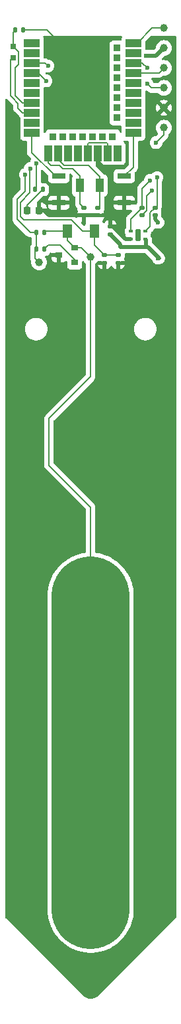
<source format=gbr>
G04 #@! TF.GenerationSoftware,KiCad,Pcbnew,7.0.1-0*
G04 #@! TF.CreationDate,2023-03-19T14:40:06+01:00*
G04 #@! TF.ProjectId,parasite,70617261-7369-4746-952e-6b696361645f,2.0.0*
G04 #@! TF.SameCoordinates,Original*
G04 #@! TF.FileFunction,Copper,L1,Top*
G04 #@! TF.FilePolarity,Positive*
%FSLAX46Y46*%
G04 Gerber Fmt 4.6, Leading zero omitted, Abs format (unit mm)*
G04 Created by KiCad (PCBNEW 7.0.1-0) date 2023-03-19 14:40:06*
%MOMM*%
%LPD*%
G01*
G04 APERTURE LIST*
G04 Aperture macros list*
%AMRoundRect*
0 Rectangle with rounded corners*
0 $1 Rounding radius*
0 $2 $3 $4 $5 $6 $7 $8 $9 X,Y pos of 4 corners*
0 Add a 4 corners polygon primitive as box body*
4,1,4,$2,$3,$4,$5,$6,$7,$8,$9,$2,$3,0*
0 Add four circle primitives for the rounded corners*
1,1,$1+$1,$2,$3*
1,1,$1+$1,$4,$5*
1,1,$1+$1,$6,$7*
1,1,$1+$1,$8,$9*
0 Add four rect primitives between the rounded corners*
20,1,$1+$1,$2,$3,$4,$5,0*
20,1,$1+$1,$4,$5,$6,$7,0*
20,1,$1+$1,$6,$7,$8,$9,0*
20,1,$1+$1,$8,$9,$2,$3,0*%
G04 Aperture macros list end*
G04 #@! TA.AperFunction,SMDPad,CuDef*
%ADD10R,1.700000X0.800000*%
G04 #@! TD*
G04 #@! TA.AperFunction,SMDPad,CuDef*
%ADD11RoundRect,0.147500X-0.172500X0.147500X-0.172500X-0.147500X0.172500X-0.147500X0.172500X0.147500X0*%
G04 #@! TD*
G04 #@! TA.AperFunction,SMDPad,CuDef*
%ADD12RoundRect,0.147500X0.147500X0.172500X-0.147500X0.172500X-0.147500X-0.172500X0.147500X-0.172500X0*%
G04 #@! TD*
G04 #@! TA.AperFunction,SMDPad,CuDef*
%ADD13R,0.900000X0.800000*%
G04 #@! TD*
G04 #@! TA.AperFunction,SMDPad,CuDef*
%ADD14RoundRect,0.147500X-0.147500X-0.172500X0.147500X-0.172500X0.147500X0.172500X-0.147500X0.172500X0*%
G04 #@! TD*
G04 #@! TA.AperFunction,SMDPad,CuDef*
%ADD15C,1.000000*%
G04 #@! TD*
G04 #@! TA.AperFunction,SMDPad,CuDef*
%ADD16RoundRect,0.147500X0.172500X-0.147500X0.172500X0.147500X-0.172500X0.147500X-0.172500X-0.147500X0*%
G04 #@! TD*
G04 #@! TA.AperFunction,SMDPad,CuDef*
%ADD17R,1.000000X1.800000*%
G04 #@! TD*
G04 #@! TA.AperFunction,SMDPad,CuDef*
%ADD18RoundRect,0.218750X0.218750X0.256250X-0.218750X0.256250X-0.218750X-0.256250X0.218750X-0.256250X0*%
G04 #@! TD*
G04 #@! TA.AperFunction,SMDPad,CuDef*
%ADD19RoundRect,0.087500X0.187500X0.087500X-0.187500X0.087500X-0.187500X-0.087500X0.187500X-0.087500X0*%
G04 #@! TD*
G04 #@! TA.AperFunction,SMDPad,CuDef*
%ADD20RoundRect,0.175000X0.175000X0.625000X-0.175000X0.625000X-0.175000X-0.625000X0.175000X-0.625000X0*%
G04 #@! TD*
G04 #@! TA.AperFunction,SMDPad,CuDef*
%ADD21R,1.300000X1.700000*%
G04 #@! TD*
G04 #@! TA.AperFunction,SMDPad,CuDef*
%ADD22R,2.000000X1.000000*%
G04 #@! TD*
G04 #@! TA.AperFunction,SMDPad,CuDef*
%ADD23R,1.000000X2.000000*%
G04 #@! TD*
G04 #@! TA.AperFunction,SMDPad,CuDef*
%ADD24R,0.900000X0.900000*%
G04 #@! TD*
G04 #@! TA.AperFunction,SMDPad,CuDef*
%ADD25R,0.800000X0.800000*%
G04 #@! TD*
G04 #@! TA.AperFunction,ViaPad*
%ADD26C,0.600000*%
G04 #@! TD*
G04 #@! TA.AperFunction,Conductor*
%ADD27C,0.200000*%
G04 #@! TD*
G04 #@! TA.AperFunction,Conductor*
%ADD28C,0.500000*%
G04 #@! TD*
G04 #@! TA.AperFunction,Conductor*
%ADD29C,10.000000*%
G04 #@! TD*
G04 APERTURE END LIST*
D10*
X63920000Y-48502000D03*
X63920000Y-51902000D03*
X72302000Y-51902000D03*
X72302000Y-48502000D03*
D11*
X69762000Y-58584000D03*
X69762000Y-59554000D03*
X71540000Y-58584000D03*
X71540000Y-59554000D03*
D12*
X62015000Y-57822000D03*
X61045000Y-57822000D03*
D13*
X65936000Y-59518000D03*
X65936000Y-57618000D03*
X63936000Y-58568000D03*
D14*
X61045000Y-55663000D03*
X62015000Y-55663000D03*
D15*
X77382000Y-34708000D03*
X77382000Y-37248000D03*
X67984000Y-58838000D03*
X61380000Y-59473000D03*
D12*
X61865000Y-50202000D03*
X60895000Y-50202000D03*
D16*
X70524000Y-55917000D03*
X70524000Y-54947000D03*
D17*
X69138500Y-49694000D03*
X66638500Y-49694000D03*
D18*
X61405500Y-52869000D03*
X59830500Y-52869000D03*
D11*
X68884500Y-52534000D03*
X68884500Y-53504000D03*
D16*
X67106500Y-53481000D03*
X67106500Y-52511000D03*
D11*
X74588000Y-52534000D03*
X74588000Y-53504000D03*
D16*
X76239000Y-53504000D03*
X76239000Y-52534000D03*
D19*
X75005000Y-56544000D03*
X75005000Y-55544000D03*
X73155000Y-55544000D03*
X73155000Y-56544000D03*
D20*
X74080000Y-56044000D03*
D21*
X68492000Y-55536000D03*
X64992000Y-55536000D03*
D15*
X77382000Y-42328000D03*
D22*
X60468000Y-31542550D03*
X60468000Y-32812550D03*
X60468000Y-34082550D03*
X60468000Y-35352550D03*
X60468000Y-36622550D03*
X60468000Y-37892550D03*
X60468000Y-39162550D03*
X60468000Y-40432550D03*
X60468000Y-41702550D03*
X60468000Y-42972550D03*
D23*
X62528000Y-45572550D03*
D24*
X63158000Y-43472550D03*
D23*
X63798000Y-45572550D03*
D24*
X64428000Y-43472550D03*
D23*
X65068000Y-45572550D03*
D24*
X65698000Y-43472550D03*
D23*
X66338000Y-45572550D03*
D24*
X66968000Y-43472550D03*
D23*
X67608000Y-45572550D03*
D24*
X68238000Y-43472550D03*
D23*
X68878000Y-45572550D03*
D24*
X69508000Y-43472550D03*
D23*
X70148000Y-45572550D03*
D24*
X70778000Y-43472550D03*
D23*
X71418000Y-45572550D03*
D22*
X73468000Y-42972550D03*
X73468000Y-41702550D03*
D24*
X71368000Y-41067550D03*
D22*
X73468000Y-40432550D03*
D24*
X71368000Y-39797550D03*
D22*
X73468000Y-39162550D03*
D24*
X71368000Y-38527550D03*
D22*
X73468000Y-37892550D03*
D24*
X71368000Y-37257550D03*
D22*
X73468000Y-36622550D03*
D24*
X71368000Y-35987550D03*
D22*
X73468000Y-35352550D03*
D24*
X71368000Y-34717550D03*
D22*
X73468000Y-34082550D03*
D24*
X71368000Y-33447550D03*
D22*
X73468000Y-32812550D03*
D24*
X71368000Y-32177550D03*
D22*
X73468000Y-31542550D03*
D12*
X59325000Y-29882000D03*
X58355000Y-29882000D03*
D25*
X58078000Y-33426000D03*
X58078000Y-31926000D03*
D15*
X77382000Y-32168000D03*
X77382000Y-29628000D03*
X77362000Y-39788000D03*
D26*
X60999000Y-36613000D03*
X74969000Y-63918000D03*
X75731000Y-63918000D03*
X60618000Y-64172000D03*
X58078000Y-42201000D03*
X77255000Y-63918000D03*
X64682000Y-32168000D03*
X62269000Y-51472000D03*
X58078000Y-43979000D03*
X70397000Y-51726000D03*
X59983000Y-36613000D03*
X69254000Y-38899000D03*
X76493000Y-63918000D03*
X58078000Y-41312000D03*
X59856000Y-64172000D03*
X70397000Y-48678000D03*
X61380000Y-64172000D03*
X67857000Y-32168000D03*
X68873000Y-32168000D03*
X66714000Y-32168000D03*
X70397000Y-50202000D03*
X65698000Y-32168000D03*
X69254000Y-37375000D03*
X62142000Y-64172000D03*
X70397000Y-49440000D03*
X69762000Y-32168000D03*
X70397000Y-50964000D03*
X58078000Y-43090000D03*
X69254000Y-38137000D03*
X60237000Y-47535000D03*
X62523000Y-34454000D03*
X67603000Y-45630000D03*
X75096000Y-33184000D03*
X67603000Y-44995000D03*
X75858000Y-50329000D03*
X76620000Y-58965000D03*
X70148000Y-44995000D03*
X70143000Y-45630000D03*
X76620000Y-54393000D03*
X65063000Y-45630000D03*
X59602000Y-48297000D03*
X60999000Y-46900000D03*
X62269000Y-36359000D03*
X75604000Y-49059000D03*
X73468000Y-36622550D03*
X73468000Y-37892550D03*
X76493000Y-48678000D03*
X73468000Y-42972550D03*
X76366000Y-44233000D03*
X75223000Y-36740000D03*
X75223000Y-34708000D03*
D27*
X59830500Y-52869000D02*
X59830500Y-52236500D01*
X59830500Y-52236500D02*
X61865000Y-50202000D01*
X60999000Y-46900000D02*
X60999000Y-50098000D01*
X60999000Y-50098000D02*
X60895000Y-50202000D01*
X68492000Y-55536000D02*
X66968000Y-55536000D01*
X60202000Y-47570000D02*
X60237000Y-47535000D01*
X65530520Y-54098520D02*
X59434520Y-54098520D01*
X66968000Y-55536000D02*
X65530520Y-54098520D01*
X59434520Y-54098520D02*
X58986000Y-53650000D01*
X58986000Y-53650000D02*
X58986000Y-51834000D01*
X58986000Y-51834000D02*
X60202000Y-50618000D01*
X60202000Y-50618000D02*
X60202000Y-47570000D01*
X60237000Y-47535000D02*
X60364000Y-47662000D01*
D28*
X62673000Y-53481000D02*
X62061000Y-52869000D01*
X62061000Y-52869000D02*
X61405500Y-52869000D01*
D27*
X61045000Y-55663000D02*
X60237000Y-55663000D01*
X60237000Y-55663000D02*
X58586000Y-54012000D01*
X59602000Y-50456000D02*
X59602000Y-48297000D01*
X58586000Y-54012000D02*
X58586000Y-51472000D01*
X58586000Y-51472000D02*
X59602000Y-50456000D01*
D28*
X62673000Y-53481000D02*
X63920000Y-53481000D01*
X63920000Y-53481000D02*
X67106500Y-53481000D01*
X63920000Y-51902000D02*
X63920000Y-53481000D01*
D27*
X63920000Y-48502000D02*
X63470000Y-48502000D01*
X63470000Y-48502000D02*
X60468000Y-45500000D01*
X60468000Y-45500000D02*
X60468000Y-42972550D01*
X62528000Y-45572550D02*
X62528000Y-46772550D01*
X62528000Y-46772550D02*
X62909450Y-47154000D01*
X63983764Y-47154000D02*
X64383765Y-47554000D01*
X62909450Y-47154000D02*
X63983764Y-47154000D01*
X64383765Y-47554000D02*
X65698000Y-47554000D01*
X65698000Y-47554000D02*
X66638500Y-48494500D01*
X66638500Y-48494500D02*
X66638500Y-49694000D01*
X63798000Y-45572550D02*
X63798000Y-46402550D01*
X69138500Y-48582815D02*
X69138500Y-49694000D01*
X63798000Y-46402550D02*
X64549450Y-47154000D01*
X64549450Y-47154000D02*
X67709685Y-47154000D01*
X67709685Y-47154000D02*
X69138500Y-48582815D01*
X68884500Y-52534000D02*
X69138500Y-52280000D01*
X65936000Y-57618000D02*
X66764000Y-57618000D01*
X66764000Y-57618000D02*
X67984000Y-58838000D01*
X64992000Y-56674000D02*
X65936000Y-57618000D01*
X64174000Y-57356000D02*
X64174000Y-57314000D01*
X65936000Y-59118000D02*
X64174000Y-57356000D01*
X62523000Y-57314000D02*
X62015000Y-57822000D01*
X65936000Y-59518000D02*
X65936000Y-59118000D01*
X64174000Y-57314000D02*
X62523000Y-57314000D01*
D28*
X70397000Y-48220572D02*
X70397000Y-48678000D01*
X73155000Y-56544000D02*
X72421000Y-56544000D01*
X67106500Y-53481000D02*
X68861500Y-53481000D01*
X72421000Y-56544000D02*
X70905000Y-55028000D01*
X68878000Y-45572550D02*
X68878000Y-46701572D01*
X68878000Y-46701572D02*
X70397000Y-48220572D01*
D27*
X59325000Y-29882000D02*
X62396000Y-29882000D01*
X62396000Y-29882000D02*
X64682000Y-32168000D01*
X68492000Y-57314000D02*
X69762000Y-58584000D01*
X68492000Y-55536000D02*
X68492000Y-57314000D01*
X62151550Y-34082550D02*
X60468000Y-34082550D01*
X69762000Y-58584000D02*
X71286000Y-58584000D01*
X62523000Y-34454000D02*
X62151550Y-34082550D01*
X66638500Y-52043000D02*
X67106500Y-52511000D01*
X66638500Y-49694000D02*
X66638500Y-52043000D01*
X69138500Y-49694000D02*
X69138500Y-52280000D01*
D28*
X75350000Y-57568000D02*
X75096000Y-57568000D01*
D27*
X74588000Y-53504000D02*
X75207520Y-52884480D01*
D28*
X71794000Y-57187000D02*
X71794000Y-57568000D01*
X71794000Y-57568000D02*
X74239204Y-57568000D01*
X75096000Y-57568000D02*
X75096000Y-56635000D01*
D27*
X67603000Y-44377550D02*
X67603000Y-44995000D01*
X70148000Y-44372550D02*
X70048489Y-44273039D01*
X70148000Y-45572550D02*
X70148000Y-44372550D01*
D28*
X76239000Y-54012000D02*
X76620000Y-54393000D01*
D27*
X75207520Y-52884480D02*
X75207520Y-50979480D01*
D28*
X76747000Y-58965000D02*
X75350000Y-57568000D01*
X76366000Y-33184000D02*
X77382000Y-32168000D01*
X75096000Y-57568000D02*
X74239204Y-57568000D01*
X70524000Y-55917000D02*
X71794000Y-57187000D01*
D27*
X70048489Y-44273039D02*
X67707511Y-44273039D01*
X75207520Y-50979480D02*
X75858000Y-50329000D01*
X67707511Y-44273039D02*
X67603000Y-44377550D01*
D28*
X76239000Y-53504000D02*
X76239000Y-54012000D01*
X76620000Y-58965000D02*
X76747000Y-58965000D01*
X75096000Y-33184000D02*
X76366000Y-33184000D01*
D27*
X62650000Y-85381000D02*
X67984000Y-90715000D01*
X67984000Y-101984000D02*
X68000000Y-102000000D01*
D29*
X68000000Y-102000000D02*
X68000000Y-142000000D01*
D27*
X67984000Y-58838000D02*
X67984000Y-74078000D01*
X62015000Y-55663000D02*
X62142000Y-55536000D01*
X67984000Y-90715000D02*
X67984000Y-101984000D01*
X62142000Y-55536000D02*
X64992000Y-55536000D01*
X64992000Y-55536000D02*
X64992000Y-56674000D01*
X62650000Y-79412000D02*
X62650000Y-85381000D01*
X67984000Y-74078000D02*
X62650000Y-79412000D01*
X58677511Y-39244511D02*
X57951000Y-38518000D01*
X57697000Y-38264000D02*
X57697000Y-33565000D01*
X59268000Y-40432550D02*
X58677511Y-39842061D01*
X58677511Y-39842061D02*
X58677511Y-39244511D01*
X60468000Y-40432550D02*
X59268000Y-40432550D01*
X57951000Y-38518000D02*
X57697000Y-38264000D01*
X58078000Y-31926000D02*
X58078000Y-30159000D01*
X58332000Y-34708000D02*
X58777511Y-34262489D01*
X58777511Y-34262489D02*
X58777511Y-32625511D01*
X58777511Y-32625511D02*
X58078000Y-31926000D01*
X60468000Y-39162550D02*
X59268000Y-39162550D01*
X58332000Y-38226550D02*
X58332000Y-34708000D01*
X59268000Y-39162550D02*
X58332000Y-38226550D01*
X58078000Y-30159000D02*
X58355000Y-29882000D01*
X59729000Y-48424000D02*
X59602000Y-48297000D01*
X61380000Y-59473000D02*
X60872000Y-58965000D01*
X61045000Y-57822000D02*
X61045000Y-55663000D01*
X60872000Y-58965000D02*
X60872000Y-57995000D01*
X60872000Y-57995000D02*
X61045000Y-57822000D01*
X61262550Y-35352550D02*
X62269000Y-36359000D01*
X61022000Y-46923000D02*
X60999000Y-46900000D01*
X60468000Y-35352550D02*
X61262550Y-35352550D01*
X73155000Y-53967000D02*
X73155000Y-55544000D01*
X74588000Y-50075000D02*
X75604000Y-49059000D01*
X74588000Y-52534000D02*
X74588000Y-50075000D01*
X74588000Y-52534000D02*
X73155000Y-53967000D01*
X76239000Y-52534000D02*
X76493000Y-52280000D01*
X75619480Y-53153520D02*
X75619480Y-54929520D01*
X76239000Y-52534000D02*
X75619480Y-53153520D01*
X75619480Y-54929520D02*
X75005000Y-55544000D01*
X76493000Y-52280000D02*
X76493000Y-48678000D01*
X77382000Y-42328000D02*
X77382000Y-43217000D01*
X77382000Y-43217000D02*
X76366000Y-44233000D01*
X73468000Y-47336000D02*
X72302000Y-48502000D01*
X73468000Y-42972550D02*
X73468000Y-47336000D01*
X76737450Y-35352550D02*
X73468000Y-35352550D01*
X77382000Y-34708000D02*
X76737450Y-35352550D01*
X74597550Y-34082550D02*
X73468000Y-34082550D01*
X75223000Y-34708000D02*
X74597550Y-34082550D01*
X75731000Y-37248000D02*
X75223000Y-36740000D01*
X77382000Y-37248000D02*
X75731000Y-37248000D01*
X73943450Y-31542550D02*
X75858000Y-29628000D01*
X73468000Y-31542550D02*
X73943450Y-31542550D01*
X75858000Y-29628000D02*
X77382000Y-29628000D01*
G04 #@! TA.AperFunction,Conductor*
G36*
X77129964Y-30605425D02*
G01*
X77184299Y-30621908D01*
X77382000Y-30641380D01*
X77579701Y-30621908D01*
X77634035Y-30605425D01*
X77670611Y-30600000D01*
X78848500Y-30600000D01*
X78911500Y-30616881D01*
X78957619Y-30663000D01*
X78974500Y-30726000D01*
X78974500Y-142937247D01*
X78964909Y-142985465D01*
X78937595Y-143026342D01*
X68985475Y-152978458D01*
X68978210Y-152985174D01*
X68823804Y-153117049D01*
X68807809Y-153128670D01*
X68638915Y-153232169D01*
X68621298Y-153241146D01*
X68438297Y-153316947D01*
X68419493Y-153323057D01*
X68226884Y-153369298D01*
X68207356Y-153372391D01*
X68009886Y-153387932D01*
X67990114Y-153387932D01*
X67792643Y-153372391D01*
X67773115Y-153369298D01*
X67580506Y-153323057D01*
X67561702Y-153316947D01*
X67378701Y-153241146D01*
X67361084Y-153232170D01*
X67192186Y-153128669D01*
X67176191Y-153117047D01*
X67021794Y-152985180D01*
X67014529Y-152978464D01*
X57062405Y-143026342D01*
X57035091Y-142985465D01*
X57025500Y-142937247D01*
X57025500Y-68000000D01*
X59555352Y-68000000D01*
X59575055Y-68237781D01*
X59575055Y-68237784D01*
X59575056Y-68237785D01*
X59633626Y-68469074D01*
X59729468Y-68687573D01*
X59729470Y-68687576D01*
X59859970Y-68887321D01*
X59859973Y-68887324D01*
X60021566Y-69062862D01*
X60209848Y-69209409D01*
X60419691Y-69322969D01*
X60419692Y-69322970D01*
X60645360Y-69400442D01*
X60763030Y-69420077D01*
X60880699Y-69439714D01*
X60880702Y-69439714D01*
X61119298Y-69439714D01*
X61119301Y-69439714D01*
X61220158Y-69422883D01*
X61354640Y-69400442D01*
X61580308Y-69322970D01*
X61790148Y-69209411D01*
X61978433Y-69062862D01*
X62140030Y-68887321D01*
X62270530Y-68687576D01*
X62366373Y-68469076D01*
X62424945Y-68237781D01*
X62444648Y-68000000D01*
X62424945Y-67762219D01*
X62366373Y-67530924D01*
X62270530Y-67312424D01*
X62140030Y-67112679D01*
X62098562Y-67067633D01*
X61978433Y-66937137D01*
X61790151Y-66790590D01*
X61580307Y-66677029D01*
X61402618Y-66616029D01*
X61354640Y-66599558D01*
X61354637Y-66599557D01*
X61354636Y-66599557D01*
X61119301Y-66560286D01*
X61119298Y-66560286D01*
X60880702Y-66560286D01*
X60880699Y-66560286D01*
X60645363Y-66599557D01*
X60419692Y-66677029D01*
X60209848Y-66790590D01*
X60021566Y-66937137D01*
X59859973Y-67112675D01*
X59729468Y-67312426D01*
X59633626Y-67530925D01*
X59575056Y-67762214D01*
X59575055Y-67762219D01*
X59555352Y-68000000D01*
X57025500Y-68000000D01*
X57025500Y-38759638D01*
X57040769Y-38699516D01*
X57082875Y-38653966D01*
X57141613Y-38634026D01*
X57202748Y-38644531D01*
X57251460Y-38682932D01*
X57263013Y-38697987D01*
X57288379Y-38717451D01*
X57300769Y-38728318D01*
X58032106Y-39459655D01*
X58059420Y-39500532D01*
X58069011Y-39548750D01*
X58069011Y-39793925D01*
X58067933Y-39810371D01*
X58063761Y-39842060D01*
X58067933Y-39873751D01*
X58067933Y-39873758D01*
X58082119Y-39981516D01*
X58082119Y-39981529D01*
X58084672Y-40000909D01*
X58145987Y-40148939D01*
X58219032Y-40244133D01*
X58219035Y-40244135D01*
X58243521Y-40276045D01*
X58243522Y-40276046D01*
X58243524Y-40276048D01*
X58268890Y-40295512D01*
X58281280Y-40306379D01*
X58803681Y-40828780D01*
X58814547Y-40841169D01*
X58834013Y-40866537D01*
X58859377Y-40886000D01*
X58859393Y-40886014D01*
X58914541Y-40928330D01*
X58947698Y-40966595D01*
X58963115Y-41014822D01*
X58967336Y-41054080D01*
X58967336Y-41081018D01*
X58959500Y-41153910D01*
X58959500Y-42251190D01*
X58967336Y-42324081D01*
X58967336Y-42351016D01*
X58959500Y-42423909D01*
X58959500Y-42423912D01*
X58959500Y-43521188D01*
X58966011Y-43581751D01*
X58972138Y-43598178D01*
X59017111Y-43718755D01*
X59104738Y-43835811D01*
X59221794Y-43923438D01*
X59221795Y-43923438D01*
X59221796Y-43923439D01*
X59358799Y-43974539D01*
X59419362Y-43981050D01*
X59733500Y-43981050D01*
X59796500Y-43997931D01*
X59842619Y-44044050D01*
X59859500Y-44107050D01*
X59859500Y-45451864D01*
X59858422Y-45468307D01*
X59855738Y-45488697D01*
X59854250Y-45500000D01*
X59858422Y-45531690D01*
X59858422Y-45531697D01*
X59869419Y-45615230D01*
X59869419Y-45615231D01*
X59875161Y-45658850D01*
X59936476Y-45806878D01*
X60009521Y-45902072D01*
X60009524Y-45902074D01*
X60034010Y-45933984D01*
X60034011Y-45933985D01*
X60034013Y-45933987D01*
X60059379Y-45953451D01*
X60071769Y-45964318D01*
X60344811Y-46237360D01*
X60374645Y-46284840D01*
X60380924Y-46340562D01*
X60362404Y-46393490D01*
X60265957Y-46546985D01*
X60265955Y-46546988D01*
X60265956Y-46546988D01*
X60229764Y-46650417D01*
X60189395Y-46707312D01*
X60124944Y-46734009D01*
X60055950Y-46741783D01*
X59883985Y-46801956D01*
X59729717Y-46898889D01*
X59600889Y-47027717D01*
X59503956Y-47181985D01*
X59443783Y-47353950D01*
X59436009Y-47422944D01*
X59409312Y-47487395D01*
X59352417Y-47527764D01*
X59248984Y-47563957D01*
X59094717Y-47660889D01*
X58965889Y-47789717D01*
X58868956Y-47943985D01*
X58808783Y-48115950D01*
X58788384Y-48297000D01*
X58808783Y-48478049D01*
X58868956Y-48650014D01*
X58973442Y-48816302D01*
X58971607Y-48817454D01*
X58983909Y-48835865D01*
X58993500Y-48884083D01*
X58993500Y-50151760D01*
X58983909Y-50199978D01*
X58956595Y-50240856D01*
X58189763Y-51007686D01*
X58177376Y-51018550D01*
X58152012Y-51038013D01*
X58124973Y-51073251D01*
X58124950Y-51073279D01*
X58054476Y-51165122D01*
X58026878Y-51231751D01*
X58026878Y-51231752D01*
X57993161Y-51313151D01*
X57976422Y-51440303D01*
X57976422Y-51440310D01*
X57972250Y-51472000D01*
X57976422Y-51503690D01*
X57977500Y-51520136D01*
X57977500Y-53963864D01*
X57976422Y-53980310D01*
X57972250Y-54012000D01*
X57976422Y-54043690D01*
X57976422Y-54043697D01*
X57983640Y-54098520D01*
X57983640Y-54098522D01*
X57993161Y-54170849D01*
X58054476Y-54318878D01*
X58127521Y-54414072D01*
X58127524Y-54414074D01*
X58152010Y-54445984D01*
X58152011Y-54445985D01*
X58152013Y-54445987D01*
X58177379Y-54465451D01*
X58189769Y-54476318D01*
X59772681Y-56059230D01*
X59783547Y-56071619D01*
X59803013Y-56096987D01*
X59828377Y-56116450D01*
X59828393Y-56116464D01*
X59930122Y-56194523D01*
X59930123Y-56194523D01*
X59930124Y-56194524D01*
X60078149Y-56255838D01*
X60237000Y-56276751D01*
X60268698Y-56272577D01*
X60285144Y-56271500D01*
X60310500Y-56271500D01*
X60373500Y-56288381D01*
X60419619Y-56334500D01*
X60436500Y-56397500D01*
X60436500Y-57130584D01*
X60426909Y-57178802D01*
X60399595Y-57219679D01*
X60375040Y-57244233D01*
X60290667Y-57386901D01*
X60244427Y-57546061D01*
X60241500Y-57583256D01*
X60241500Y-58060743D01*
X60244427Y-58097937D01*
X60258497Y-58146366D01*
X60263500Y-58181519D01*
X60263500Y-58916864D01*
X60262422Y-58933310D01*
X60258250Y-58965000D01*
X60262422Y-58996690D01*
X60262423Y-58996709D01*
X60263500Y-59004884D01*
X60263500Y-59004885D01*
X60264015Y-59008799D01*
X60264095Y-59009401D01*
X60264096Y-59009409D01*
X60279161Y-59123850D01*
X60340475Y-59271875D01*
X60350890Y-59285448D01*
X60372084Y-59327554D01*
X60376320Y-59374502D01*
X60366619Y-59472999D01*
X60386091Y-59670701D01*
X60443758Y-59860802D01*
X60537406Y-60036007D01*
X60663431Y-60189568D01*
X60816992Y-60315593D01*
X60816996Y-60315595D01*
X60992196Y-60409241D01*
X61087247Y-60438074D01*
X61182298Y-60466908D01*
X61380000Y-60486380D01*
X61577701Y-60466908D01*
X61767804Y-60409241D01*
X61943004Y-60315595D01*
X61943005Y-60315593D01*
X61943007Y-60315593D01*
X62096568Y-60189568D01*
X62222593Y-60036007D01*
X62227300Y-60027201D01*
X62316241Y-59860804D01*
X62373908Y-59670701D01*
X62393380Y-59473000D01*
X62386622Y-59404381D01*
X62373908Y-59275298D01*
X62330933Y-59133630D01*
X62316241Y-59085196D01*
X62222595Y-58909996D01*
X62176067Y-58853302D01*
X62162284Y-58822000D01*
X62978000Y-58822000D01*
X62978000Y-59016589D01*
X62984505Y-59077093D01*
X63035554Y-59213962D01*
X63123095Y-59330904D01*
X63240037Y-59418445D01*
X63376906Y-59469494D01*
X63437411Y-59476000D01*
X63682000Y-59476000D01*
X63682000Y-58822000D01*
X62978000Y-58822000D01*
X62162284Y-58822000D01*
X62148741Y-58791243D01*
X62157539Y-58724006D01*
X62199913Y-58671066D01*
X62253606Y-58651411D01*
X62253538Y-58651175D01*
X62257005Y-58650167D01*
X62263589Y-58647757D01*
X62265937Y-58647573D01*
X62425100Y-58601332D01*
X62567763Y-58516962D01*
X62684962Y-58399763D01*
X62743547Y-58300699D01*
X62789916Y-58255197D01*
X62852791Y-58238842D01*
X62915456Y-58255986D01*
X62938757Y-58279433D01*
X62941095Y-58277096D01*
X62977999Y-58314000D01*
X64064000Y-58314000D01*
X64127000Y-58330881D01*
X64173119Y-58377000D01*
X64190000Y-58440000D01*
X64190000Y-59476000D01*
X64434589Y-59476000D01*
X64495093Y-59469494D01*
X64631962Y-59418445D01*
X64748903Y-59330905D01*
X64750632Y-59328596D01*
X64799158Y-59289492D01*
X64860489Y-59278427D01*
X64919621Y-59298108D01*
X64962088Y-59343721D01*
X64977500Y-59404106D01*
X64977500Y-59966638D01*
X64984011Y-60027201D01*
X64987296Y-60036007D01*
X65035111Y-60164205D01*
X65122738Y-60281261D01*
X65239794Y-60368888D01*
X65239795Y-60368888D01*
X65239796Y-60368889D01*
X65376799Y-60419989D01*
X65437362Y-60426500D01*
X66434638Y-60426500D01*
X66495201Y-60419989D01*
X66632204Y-60368889D01*
X66749261Y-60281261D01*
X66836889Y-60164204D01*
X66887989Y-60027201D01*
X66894500Y-59966638D01*
X66894500Y-59442097D01*
X66911796Y-59378384D01*
X66958934Y-59332162D01*
X67022975Y-59316121D01*
X67086336Y-59334665D01*
X67131621Y-59382700D01*
X67141405Y-59401004D01*
X67267432Y-59554568D01*
X67329434Y-59605452D01*
X67363402Y-59648978D01*
X67375500Y-59702850D01*
X67375500Y-73773761D01*
X67365909Y-73821979D01*
X67338595Y-73862856D01*
X62253767Y-78947682D01*
X62241380Y-78958547D01*
X62216012Y-78978013D01*
X62188973Y-79013251D01*
X62188969Y-79013254D01*
X62188970Y-79013255D01*
X62118191Y-79105496D01*
X62116897Y-79108935D01*
X62057161Y-79253150D01*
X62040422Y-79380303D01*
X62040422Y-79380310D01*
X62036250Y-79412000D01*
X62040422Y-79443690D01*
X62041500Y-79460136D01*
X62041500Y-85332864D01*
X62040422Y-85349310D01*
X62036250Y-85381000D01*
X62040422Y-85412690D01*
X62040422Y-85412697D01*
X62054608Y-85520455D01*
X62054608Y-85520468D01*
X62057161Y-85539848D01*
X62118476Y-85687878D01*
X62191521Y-85783072D01*
X62191524Y-85783074D01*
X62216010Y-85814984D01*
X62216011Y-85814985D01*
X62216013Y-85814987D01*
X62241379Y-85834451D01*
X62253769Y-85845318D01*
X67338595Y-90930144D01*
X67365909Y-90971021D01*
X67375500Y-91019239D01*
X67375500Y-96411956D01*
X67362009Y-96468682D01*
X67324424Y-96513260D01*
X67270794Y-96536143D01*
X67175856Y-96552422D01*
X66838418Y-96610281D01*
X66385531Y-96728204D01*
X65944272Y-96884112D01*
X65517820Y-97076879D01*
X65109244Y-97305124D01*
X64721515Y-97567183D01*
X64357387Y-97861195D01*
X64019517Y-98185016D01*
X63710326Y-98536327D01*
X63432039Y-98912597D01*
X63186665Y-99311109D01*
X63083039Y-99516638D01*
X62975971Y-99728996D01*
X62975968Y-99729001D01*
X62975969Y-99729001D01*
X62801473Y-100163245D01*
X62664436Y-100610723D01*
X62565836Y-101068226D01*
X62506393Y-101532424D01*
X62491500Y-101883036D01*
X62491500Y-142116964D01*
X62506393Y-142467575D01*
X62565836Y-142931773D01*
X62664436Y-143389276D01*
X62801473Y-143836754D01*
X62931348Y-144159958D01*
X62975971Y-144271004D01*
X63186665Y-144688890D01*
X63432039Y-145087403D01*
X63710325Y-145463671D01*
X63710326Y-145463672D01*
X64019517Y-145814983D01*
X64307427Y-146090921D01*
X64357391Y-146138808D01*
X64721509Y-146432812D01*
X65109249Y-146694879D01*
X65517816Y-146923118D01*
X65944268Y-147115886D01*
X66385531Y-147271795D01*
X66838418Y-147389718D01*
X66838421Y-147389718D01*
X66838427Y-147389720D01*
X67299691Y-147468811D01*
X67766002Y-147508500D01*
X68233998Y-147508500D01*
X68700309Y-147468811D01*
X69161573Y-147389720D01*
X69614469Y-147271795D01*
X70055732Y-147115886D01*
X70482184Y-146923118D01*
X70890751Y-146694879D01*
X71278491Y-146432812D01*
X71642609Y-146138808D01*
X71980482Y-145814983D01*
X72289675Y-145463671D01*
X72567961Y-145087403D01*
X72813335Y-144688890D01*
X73024029Y-144271004D01*
X73198525Y-143836756D01*
X73335565Y-143389273D01*
X73434162Y-142931781D01*
X73493606Y-142467575D01*
X73508500Y-142116953D01*
X73508500Y-101883047D01*
X73493606Y-101532425D01*
X73434162Y-101068219D01*
X73335565Y-100610727D01*
X73263253Y-100374605D01*
X73198526Y-100163245D01*
X73133587Y-100001642D01*
X73024029Y-99728996D01*
X72813335Y-99311110D01*
X72567961Y-98912597D01*
X72289675Y-98536329D01*
X72223471Y-98461107D01*
X71980482Y-98185016D01*
X71642612Y-97861195D01*
X71642609Y-97861192D01*
X71278491Y-97567188D01*
X70890751Y-97305121D01*
X70482184Y-97076882D01*
X70482185Y-97076882D01*
X70482179Y-97076879D01*
X70166662Y-96934257D01*
X70055732Y-96884114D01*
X70055729Y-96884113D01*
X70055727Y-96884112D01*
X69614468Y-96728204D01*
X69161581Y-96610281D01*
X68697206Y-96530657D01*
X68643576Y-96507773D01*
X68605991Y-96463195D01*
X68592500Y-96406469D01*
X68592500Y-90763136D01*
X68593578Y-90746690D01*
X68597750Y-90715000D01*
X68593578Y-90683309D01*
X68593578Y-90683303D01*
X68576838Y-90556150D01*
X68517102Y-90411935D01*
X68515807Y-90408494D01*
X68515524Y-90408125D01*
X68515524Y-90408124D01*
X68442477Y-90312928D01*
X68442474Y-90312925D01*
X68437449Y-90306376D01*
X68437449Y-90306375D01*
X68437443Y-90306369D01*
X68417987Y-90281012D01*
X68392618Y-90261546D01*
X68380228Y-90250679D01*
X63295405Y-85165856D01*
X63268091Y-85124979D01*
X63258500Y-85076761D01*
X63258500Y-79716239D01*
X63268091Y-79668021D01*
X63295405Y-79627144D01*
X63974867Y-78947682D01*
X68380235Y-74542312D01*
X68392619Y-74531452D01*
X68393098Y-74531083D01*
X68417987Y-74511987D01*
X68442474Y-74480074D01*
X68442477Y-74480072D01*
X68515524Y-74384876D01*
X68576838Y-74236851D01*
X68579391Y-74217456D01*
X68592500Y-74117885D01*
X68593578Y-74109697D01*
X68593578Y-74109690D01*
X68597750Y-74078000D01*
X68593577Y-74046307D01*
X68592500Y-74029864D01*
X68592500Y-68000000D01*
X73555352Y-68000000D01*
X73575055Y-68237781D01*
X73575055Y-68237784D01*
X73575056Y-68237785D01*
X73633626Y-68469074D01*
X73729468Y-68687573D01*
X73729470Y-68687576D01*
X73859970Y-68887321D01*
X73859973Y-68887324D01*
X74021566Y-69062862D01*
X74209848Y-69209409D01*
X74419691Y-69322969D01*
X74419692Y-69322970D01*
X74645360Y-69400442D01*
X74763030Y-69420077D01*
X74880699Y-69439714D01*
X74880702Y-69439714D01*
X75119298Y-69439714D01*
X75119301Y-69439714D01*
X75220158Y-69422883D01*
X75354640Y-69400442D01*
X75580308Y-69322970D01*
X75790148Y-69209411D01*
X75978433Y-69062862D01*
X76140030Y-68887321D01*
X76270530Y-68687576D01*
X76366373Y-68469076D01*
X76424945Y-68237781D01*
X76444648Y-68000000D01*
X76424945Y-67762219D01*
X76366373Y-67530924D01*
X76270530Y-67312424D01*
X76140030Y-67112679D01*
X76098562Y-67067633D01*
X75978433Y-66937137D01*
X75790151Y-66790590D01*
X75580307Y-66677029D01*
X75402618Y-66616029D01*
X75354640Y-66599558D01*
X75354637Y-66599557D01*
X75354636Y-66599557D01*
X75119301Y-66560286D01*
X75119298Y-66560286D01*
X74880702Y-66560286D01*
X74880699Y-66560286D01*
X74645363Y-66599557D01*
X74419692Y-66677029D01*
X74209848Y-66790590D01*
X74021566Y-66937137D01*
X73859973Y-67112675D01*
X73729468Y-67312426D01*
X73633626Y-67530925D01*
X73575056Y-67762214D01*
X73575055Y-67762219D01*
X73555352Y-68000000D01*
X68592500Y-68000000D01*
X68592500Y-59808000D01*
X68937837Y-59808000D01*
X68983130Y-59963900D01*
X69067437Y-60106455D01*
X69184544Y-60223562D01*
X69327099Y-60307869D01*
X69486140Y-60354075D01*
X69508000Y-60355795D01*
X69508000Y-59808000D01*
X68937837Y-59808000D01*
X68592500Y-59808000D01*
X68592500Y-59702850D01*
X68604598Y-59648978D01*
X68638565Y-59605452D01*
X68700568Y-59554568D01*
X68826595Y-59401004D01*
X68844982Y-59366605D01*
X68891327Y-59317926D01*
X68956104Y-59300000D01*
X69227614Y-59300000D01*
X69291752Y-59317546D01*
X69304272Y-59324950D01*
X69326900Y-59338332D01*
X69486063Y-59384573D01*
X69523253Y-59387500D01*
X69890000Y-59387499D01*
X69953000Y-59404380D01*
X69999119Y-59450499D01*
X70016000Y-59513499D01*
X70016000Y-60355795D01*
X70037859Y-60354075D01*
X70196900Y-60307869D01*
X70339455Y-60223562D01*
X70456563Y-60106454D01*
X70542547Y-59961065D01*
X70588572Y-59915756D01*
X70651000Y-59899204D01*
X70713428Y-59915756D01*
X70759453Y-59961065D01*
X70845436Y-60106454D01*
X70962544Y-60223562D01*
X71105099Y-60307869D01*
X71264140Y-60354075D01*
X71286000Y-60355795D01*
X71286000Y-59808000D01*
X71794000Y-59808000D01*
X71794000Y-60355795D01*
X71815859Y-60354075D01*
X71974900Y-60307869D01*
X72117455Y-60223562D01*
X72234562Y-60106455D01*
X72318869Y-59963900D01*
X72364163Y-59808000D01*
X71794000Y-59808000D01*
X71286000Y-59808000D01*
X71286000Y-59513500D01*
X71302881Y-59450500D01*
X71349000Y-59404381D01*
X71412000Y-59387500D01*
X71778733Y-59387499D01*
X71778746Y-59387499D01*
X71815937Y-59384573D01*
X71975100Y-59338332D01*
X71997728Y-59324950D01*
X72010248Y-59317546D01*
X72074386Y-59300000D01*
X72364163Y-59300000D01*
X72318869Y-59144099D01*
X72312678Y-59133630D01*
X72295131Y-59069490D01*
X72312676Y-59005353D01*
X72319332Y-58994100D01*
X72365573Y-58834937D01*
X72368500Y-58797747D01*
X72368499Y-58452499D01*
X72385380Y-58389500D01*
X72431499Y-58343381D01*
X72494499Y-58326500D01*
X74150548Y-58326500D01*
X74283384Y-58326500D01*
X74983629Y-58326500D01*
X75031847Y-58336091D01*
X75072724Y-58363405D01*
X75791977Y-59082658D01*
X75816402Y-59117079D01*
X75820998Y-59133031D01*
X75822094Y-59132648D01*
X75886956Y-59318014D01*
X75983889Y-59472282D01*
X76112717Y-59601110D01*
X76229848Y-59674708D01*
X76266985Y-59698043D01*
X76438953Y-59758217D01*
X76620000Y-59778616D01*
X76801047Y-59758217D01*
X76973015Y-59698043D01*
X76976125Y-59696088D01*
X76980093Y-59693596D01*
X77014513Y-59678576D01*
X77028949Y-59674709D01*
X77050272Y-59663210D01*
X77066965Y-59655720D01*
X77089732Y-59647435D01*
X77131547Y-59619931D01*
X77140975Y-59614304D01*
X77185019Y-59590557D01*
X77203112Y-59574454D01*
X77217624Y-59563318D01*
X77237874Y-59550001D01*
X77272232Y-59513582D01*
X77280091Y-59505948D01*
X77317476Y-59472681D01*
X77331369Y-59452837D01*
X77342926Y-59438650D01*
X77359553Y-59421029D01*
X77384576Y-59377686D01*
X77390468Y-59368435D01*
X77419178Y-59327435D01*
X77428115Y-59304935D01*
X77436098Y-59288448D01*
X77445666Y-59271876D01*
X77448209Y-59267472D01*
X77462568Y-59219504D01*
X77466162Y-59209163D01*
X77484642Y-59162650D01*
X77488152Y-59138684D01*
X77492115Y-59120815D01*
X77499062Y-59097610D01*
X77500257Y-59077093D01*
X77501971Y-59047640D01*
X77503087Y-59036727D01*
X77510341Y-58987211D01*
X77508230Y-58963081D01*
X77507963Y-58944783D01*
X77509372Y-58920597D01*
X77500681Y-58871315D01*
X77499247Y-58860418D01*
X77497018Y-58834937D01*
X77494887Y-58810573D01*
X77490635Y-58797743D01*
X77487269Y-58787584D01*
X77482787Y-58769827D01*
X77478582Y-58745978D01*
X77458762Y-58700032D01*
X77454858Y-58689774D01*
X77439114Y-58642261D01*
X77439112Y-58642257D01*
X77426398Y-58621644D01*
X77417946Y-58605410D01*
X77408352Y-58583168D01*
X77408351Y-58583167D01*
X77408350Y-58583164D01*
X77378470Y-58543029D01*
X77372296Y-58533933D01*
X77346031Y-58491350D01*
X77346030Y-58491349D01*
X77328902Y-58474221D01*
X77316935Y-58460374D01*
X77302469Y-58440942D01*
X77301346Y-58440000D01*
X77264127Y-58408769D01*
X77256024Y-58401343D01*
X75931909Y-57077228D01*
X75919937Y-57063375D01*
X75905470Y-57043943D01*
X75899508Y-57038940D01*
X75866305Y-56995668D01*
X75854500Y-56942419D01*
X75854500Y-56590820D01*
X75849769Y-56550344D01*
X75839079Y-56458887D01*
X75778435Y-56292268D01*
X75761076Y-56265875D01*
X75749942Y-56244862D01*
X75713105Y-56155928D01*
X75686075Y-56120702D01*
X75663025Y-56071271D01*
X75663025Y-56016727D01*
X75686075Y-55967297D01*
X75713105Y-55932072D01*
X75773160Y-55787087D01*
X75788500Y-55670566D01*
X75789578Y-55662378D01*
X75790632Y-55662516D01*
X75798091Y-55625021D01*
X75825404Y-55584144D01*
X76015710Y-55393837D01*
X76028103Y-55382969D01*
X76048436Y-55367367D01*
X76053467Y-55363507D01*
X76127495Y-55267033D01*
X76151004Y-55236396D01*
X76160023Y-55214621D01*
X76197871Y-55164329D01*
X76255326Y-55138619D01*
X76318045Y-55143909D01*
X76438953Y-55186217D01*
X76620000Y-55206616D01*
X76801047Y-55186217D01*
X76973015Y-55126043D01*
X77127281Y-55029111D01*
X77256111Y-54900281D01*
X77353043Y-54746015D01*
X77413217Y-54574047D01*
X77433616Y-54393000D01*
X77413217Y-54211953D01*
X77353043Y-54039985D01*
X77315547Y-53980310D01*
X77256110Y-53885717D01*
X77127282Y-53756889D01*
X77126465Y-53756376D01*
X77121195Y-53750802D01*
X77117243Y-53746850D01*
X77117353Y-53746739D01*
X77083221Y-53710637D01*
X77067499Y-53649691D01*
X77067499Y-53290254D01*
X77064573Y-53253063D01*
X77018332Y-53093900D01*
X77012258Y-53083630D01*
X77011967Y-53083137D01*
X76994421Y-53018996D01*
X77011968Y-52954859D01*
X77018332Y-52944100D01*
X77064573Y-52784937D01*
X77067500Y-52747747D01*
X77067499Y-52508186D01*
X77077091Y-52459966D01*
X77083260Y-52445074D01*
X77085838Y-52438850D01*
X77101500Y-52319885D01*
X77102578Y-52311697D01*
X77102578Y-52311690D01*
X77102710Y-52310681D01*
X77106750Y-52280000D01*
X77102577Y-52248307D01*
X77101500Y-52231864D01*
X77101500Y-49265083D01*
X77111091Y-49216865D01*
X77123392Y-49198454D01*
X77121558Y-49197302D01*
X77156390Y-49141866D01*
X77226043Y-49031015D01*
X77286217Y-48859047D01*
X77306616Y-48678000D01*
X77286217Y-48496953D01*
X77226043Y-48324985D01*
X77191026Y-48269256D01*
X77129110Y-48170717D01*
X77000282Y-48041889D01*
X76846014Y-47944956D01*
X76674049Y-47884783D01*
X76493000Y-47864384D01*
X76311950Y-47884783D01*
X76139985Y-47944956D01*
X75985717Y-48041889D01*
X75856889Y-48170717D01*
X75838475Y-48200023D01*
X75786457Y-48246507D01*
X75717682Y-48258192D01*
X75604000Y-48245384D01*
X75422950Y-48265783D01*
X75250985Y-48325956D01*
X75096717Y-48422889D01*
X74967889Y-48551717D01*
X74870956Y-48705985D01*
X74810783Y-48877950D01*
X74801279Y-48962297D01*
X74789593Y-49002858D01*
X74765166Y-49037283D01*
X74191767Y-49610682D01*
X74179380Y-49621547D01*
X74154012Y-49641013D01*
X74126973Y-49676251D01*
X74126950Y-49676279D01*
X74056476Y-49768122D01*
X74003917Y-49895012D01*
X73995161Y-49916149D01*
X73978422Y-50043303D01*
X73978422Y-50043310D01*
X73974250Y-50074999D01*
X73978422Y-50106690D01*
X73979500Y-50123136D01*
X73979500Y-51842585D01*
X73969909Y-51890804D01*
X73942597Y-51931677D01*
X73924667Y-51949608D01*
X73893038Y-51981236D01*
X73875253Y-52011310D01*
X73824177Y-52097674D01*
X73784902Y-52138845D01*
X73731517Y-52158540D01*
X73706724Y-52156000D01*
X72556000Y-52156000D01*
X72556000Y-52810000D01*
X73147260Y-52810000D01*
X73204463Y-52823733D01*
X73249196Y-52861939D01*
X73271709Y-52916289D01*
X73267093Y-52974936D01*
X73236356Y-53025093D01*
X72996119Y-53265331D01*
X72758767Y-53502683D01*
X72746380Y-53513547D01*
X72721012Y-53533013D01*
X72693973Y-53568251D01*
X72693950Y-53568279D01*
X72623476Y-53660122D01*
X72568998Y-53791645D01*
X72562162Y-53808149D01*
X72545422Y-53935303D01*
X72545422Y-53935310D01*
X72541250Y-53967000D01*
X72545422Y-53998690D01*
X72546500Y-54015136D01*
X72546500Y-54983349D01*
X72539813Y-55023851D01*
X72520462Y-55060053D01*
X72446895Y-55155926D01*
X72386839Y-55300913D01*
X72371500Y-55417434D01*
X72371500Y-55670566D01*
X72386839Y-55787086D01*
X72446894Y-55932071D01*
X72456523Y-55944619D01*
X72473921Y-55967293D01*
X72474237Y-55967704D01*
X72497288Y-56017136D01*
X72497289Y-56071678D01*
X72474239Y-56121111D01*
X72447331Y-56156178D01*
X72387326Y-56301044D01*
X72373374Y-56407027D01*
X72345851Y-56470514D01*
X72288953Y-56509894D01*
X72219840Y-56513290D01*
X72159357Y-56479676D01*
X71374017Y-55694336D01*
X71342115Y-55640394D01*
X71337649Y-55625021D01*
X71303332Y-55506900D01*
X71296676Y-55495645D01*
X71279131Y-55431507D01*
X71296679Y-55367367D01*
X71302870Y-55356898D01*
X71348163Y-55201000D01*
X71058386Y-55201000D01*
X70994248Y-55183454D01*
X70959100Y-55162668D01*
X70799938Y-55116427D01*
X70792498Y-55115841D01*
X70762747Y-55113500D01*
X70762743Y-55113500D01*
X70762729Y-55113500D01*
X70395999Y-55113500D01*
X70333000Y-55096620D01*
X70286881Y-55050501D01*
X70270000Y-54987501D01*
X70270000Y-54145204D01*
X70778000Y-54145204D01*
X70778000Y-54693000D01*
X71348163Y-54693000D01*
X71302869Y-54537099D01*
X71218562Y-54394544D01*
X71101455Y-54277437D01*
X70958900Y-54193130D01*
X70799859Y-54146924D01*
X70778000Y-54145204D01*
X70270000Y-54145204D01*
X70248140Y-54146924D01*
X70089099Y-54193130D01*
X69946544Y-54277437D01*
X69829436Y-54394545D01*
X69806225Y-54433792D01*
X69763145Y-54477366D01*
X69704606Y-54495466D01*
X69644450Y-54483812D01*
X69596905Y-54445160D01*
X69494405Y-54308236D01*
X69494716Y-54308002D01*
X69476511Y-54286993D01*
X69461420Y-54235596D01*
X69469044Y-54182575D01*
X69498004Y-54137512D01*
X69579063Y-54056453D01*
X69663369Y-53913900D01*
X69708663Y-53758000D01*
X68756500Y-53758000D01*
X68693500Y-53741119D01*
X68647381Y-53695000D01*
X68630500Y-53632000D01*
X68630500Y-53463500D01*
X68647381Y-53400500D01*
X68693500Y-53354381D01*
X68756500Y-53337500D01*
X69123233Y-53337499D01*
X69123246Y-53337499D01*
X69160437Y-53334573D01*
X69319600Y-53288332D01*
X69345165Y-53273213D01*
X69354748Y-53267546D01*
X69418886Y-53250000D01*
X69708663Y-53250000D01*
X69663369Y-53094099D01*
X69657178Y-53083630D01*
X69639631Y-53019490D01*
X69657176Y-52955353D01*
X69663832Y-52944100D01*
X69710073Y-52784937D01*
X69713000Y-52747747D01*
X69712999Y-52508186D01*
X69722591Y-52459966D01*
X69728760Y-52445074D01*
X69731338Y-52438850D01*
X69747000Y-52319885D01*
X69748078Y-52311697D01*
X69748078Y-52311690D01*
X69748227Y-52310553D01*
X69752250Y-52280000D01*
X69748077Y-52248307D01*
X69747000Y-52231864D01*
X69747000Y-52156000D01*
X70944000Y-52156000D01*
X70944000Y-52350589D01*
X70950505Y-52411093D01*
X71001554Y-52547962D01*
X71089095Y-52664904D01*
X71206037Y-52752445D01*
X71342906Y-52803494D01*
X71403411Y-52810000D01*
X72048000Y-52810000D01*
X72048000Y-52156000D01*
X70944000Y-52156000D01*
X69747000Y-52156000D01*
X69747000Y-51648000D01*
X70944000Y-51648000D01*
X72048000Y-51648000D01*
X72048000Y-50994000D01*
X72556000Y-50994000D01*
X72556000Y-51648000D01*
X73660000Y-51648000D01*
X73660000Y-51453411D01*
X73653494Y-51392906D01*
X73602445Y-51256037D01*
X73514904Y-51139095D01*
X73397962Y-51051554D01*
X73261093Y-51000505D01*
X73200589Y-50994000D01*
X72556000Y-50994000D01*
X72048000Y-50994000D01*
X71403411Y-50994000D01*
X71342906Y-51000505D01*
X71206037Y-51051554D01*
X71089095Y-51139095D01*
X71001554Y-51256037D01*
X70950505Y-51392906D01*
X70944000Y-51453411D01*
X70944000Y-51648000D01*
X69747000Y-51648000D01*
X69747000Y-51183734D01*
X69757173Y-51134134D01*
X69786050Y-51092544D01*
X69828967Y-51065678D01*
X69884704Y-51044889D01*
X69884704Y-51044888D01*
X69884706Y-51044888D01*
X70001761Y-50957261D01*
X70046900Y-50896962D01*
X70089389Y-50840204D01*
X70140489Y-50703201D01*
X70147000Y-50642638D01*
X70147000Y-48745362D01*
X70140489Y-48684799D01*
X70089389Y-48547796D01*
X70080815Y-48536342D01*
X70001761Y-48430738D01*
X69884705Y-48343111D01*
X69816202Y-48317561D01*
X69747701Y-48292011D01*
X69743419Y-48291550D01*
X69730124Y-48290121D01*
X69681899Y-48274703D01*
X69643635Y-48241548D01*
X69591951Y-48174193D01*
X69591950Y-48174193D01*
X69591943Y-48174184D01*
X69589284Y-48170719D01*
X69582978Y-48162500D01*
X69572487Y-48148827D01*
X69547118Y-48129361D01*
X69534728Y-48118494D01*
X68649487Y-47233253D01*
X68616875Y-47176767D01*
X68616876Y-47111543D01*
X68624000Y-47099205D01*
X68624000Y-45444550D01*
X68640881Y-45381550D01*
X68687000Y-45335431D01*
X68750000Y-45318550D01*
X69006000Y-45318550D01*
X69069000Y-45335431D01*
X69115119Y-45381550D01*
X69132000Y-45444550D01*
X69132000Y-47080550D01*
X69426589Y-47080550D01*
X69497179Y-47072960D01*
X69524119Y-47072960D01*
X69538796Y-47074538D01*
X69538799Y-47074539D01*
X69599362Y-47081050D01*
X70696638Y-47081050D01*
X70757201Y-47074539D01*
X70757202Y-47074538D01*
X70769531Y-47073213D01*
X70796469Y-47073213D01*
X70808797Y-47074538D01*
X70808799Y-47074539D01*
X70869362Y-47081050D01*
X71966638Y-47081050D01*
X72027201Y-47074539D01*
X72164204Y-47023439D01*
X72281261Y-46935811D01*
X72368889Y-46818754D01*
X72419989Y-46681751D01*
X72426500Y-46621188D01*
X72426500Y-44523912D01*
X72419989Y-44463349D01*
X72368889Y-44326346D01*
X72341038Y-44289141D01*
X72281261Y-44209288D01*
X72269759Y-44200678D01*
X72229560Y-44149686D01*
X72220089Y-44085447D01*
X72243863Y-44025023D01*
X72294568Y-43984461D01*
X72358737Y-43974532D01*
X72358797Y-43974538D01*
X72358799Y-43974539D01*
X72419362Y-43981050D01*
X72733500Y-43981050D01*
X72796500Y-43997931D01*
X72842619Y-44044050D01*
X72859500Y-44107050D01*
X72859500Y-47031761D01*
X72849909Y-47079979D01*
X72822595Y-47120856D01*
X72386856Y-47556595D01*
X72345979Y-47583909D01*
X72297761Y-47593500D01*
X71403362Y-47593500D01*
X71342799Y-47600011D01*
X71205794Y-47651111D01*
X71088738Y-47738738D01*
X71001111Y-47855794D01*
X70967855Y-47944957D01*
X70950011Y-47992799D01*
X70943500Y-48053362D01*
X70943500Y-48950638D01*
X70950011Y-49011201D01*
X70959739Y-49037283D01*
X71001111Y-49148205D01*
X71088738Y-49265261D01*
X71205794Y-49352888D01*
X71205795Y-49352888D01*
X71205796Y-49352889D01*
X71342799Y-49403989D01*
X71403362Y-49410500D01*
X73200638Y-49410500D01*
X73261201Y-49403989D01*
X73398204Y-49352889D01*
X73515261Y-49265261D01*
X73602889Y-49148204D01*
X73653989Y-49011201D01*
X73660500Y-48950638D01*
X73660500Y-48056238D01*
X73670091Y-48008020D01*
X73697401Y-47967146D01*
X73864242Y-47800305D01*
X73876619Y-47789452D01*
X73877098Y-47789083D01*
X73901987Y-47769987D01*
X73926474Y-47738074D01*
X73926477Y-47738072D01*
X73999524Y-47642876D01*
X74060838Y-47494851D01*
X74071857Y-47411149D01*
X74076500Y-47375885D01*
X74077578Y-47367697D01*
X74077578Y-47367690D01*
X74081750Y-47336000D01*
X74077577Y-47304307D01*
X74076500Y-47287864D01*
X74076500Y-44232999D01*
X75552384Y-44232999D01*
X75572783Y-44414049D01*
X75632956Y-44586014D01*
X75729889Y-44740282D01*
X75858717Y-44869110D01*
X75858719Y-44869111D01*
X76012985Y-44966043D01*
X76184953Y-45026217D01*
X76366000Y-45046616D01*
X76547047Y-45026217D01*
X76719015Y-44966043D01*
X76873281Y-44869111D01*
X77002111Y-44740281D01*
X77099043Y-44586015D01*
X77159217Y-44414047D01*
X77168720Y-44329699D01*
X77180405Y-44289141D01*
X77204829Y-44254718D01*
X77778235Y-43681312D01*
X77790619Y-43670452D01*
X77798014Y-43664778D01*
X77815987Y-43650987D01*
X77840474Y-43619074D01*
X77840477Y-43619072D01*
X77913524Y-43523876D01*
X77974838Y-43375851D01*
X77981458Y-43325565D01*
X77990500Y-43256885D01*
X77991578Y-43248697D01*
X77991578Y-43248690D01*
X77995750Y-43217000D01*
X77994427Y-43206954D01*
X78002167Y-43144205D01*
X78039415Y-43093113D01*
X78098568Y-43044568D01*
X78224595Y-42891004D01*
X78318241Y-42715804D01*
X78375908Y-42525701D01*
X78395380Y-42328000D01*
X78375908Y-42130299D01*
X78318241Y-41940196D01*
X78224595Y-41764996D01*
X78224593Y-41764992D01*
X78098568Y-41611431D01*
X77945007Y-41485406D01*
X77769802Y-41391758D01*
X77579701Y-41334091D01*
X77382000Y-41314619D01*
X77184298Y-41334091D01*
X76994197Y-41391758D01*
X76818992Y-41485406D01*
X76665431Y-41611431D01*
X76539406Y-41764992D01*
X76445758Y-41940197D01*
X76388091Y-42130298D01*
X76368619Y-42327999D01*
X76388091Y-42525701D01*
X76445758Y-42715802D01*
X76539404Y-42891003D01*
X76605808Y-42971916D01*
X76631988Y-43027268D01*
X76628984Y-43088426D01*
X76597504Y-43140945D01*
X76344283Y-43394166D01*
X76309858Y-43418593D01*
X76269297Y-43430279D01*
X76184950Y-43439783D01*
X76012985Y-43499956D01*
X75858717Y-43596889D01*
X75729889Y-43725717D01*
X75632956Y-43879985D01*
X75572783Y-44051950D01*
X75552384Y-44232999D01*
X74076500Y-44232999D01*
X74076500Y-44107050D01*
X74093381Y-44044050D01*
X74139500Y-43997931D01*
X74202500Y-43981050D01*
X74516638Y-43981050D01*
X74577201Y-43974539D01*
X74714204Y-43923439D01*
X74831261Y-43835811D01*
X74918889Y-43718754D01*
X74969989Y-43581751D01*
X74976500Y-43521188D01*
X74976500Y-42423912D01*
X74969989Y-42363349D01*
X74969988Y-42363347D01*
X74968663Y-42351018D01*
X74968663Y-42324080D01*
X74976500Y-42251188D01*
X74976500Y-41153912D01*
X74968663Y-41081019D01*
X74968663Y-41054081D01*
X74976500Y-40981188D01*
X74976500Y-40657956D01*
X76851252Y-40657956D01*
X76974392Y-40723777D01*
X77164396Y-40781415D01*
X77362000Y-40800877D01*
X77559603Y-40781415D01*
X77749607Y-40723777D01*
X77872747Y-40657956D01*
X77362001Y-40147210D01*
X77362000Y-40147210D01*
X76851252Y-40657956D01*
X74976500Y-40657956D01*
X74976500Y-39883912D01*
X74975408Y-39873751D01*
X74969989Y-39823349D01*
X74969988Y-39823347D01*
X74968663Y-39811019D01*
X74968663Y-39787999D01*
X76349122Y-39787999D01*
X76368584Y-39985603D01*
X76426222Y-40175607D01*
X76492042Y-40298746D01*
X77002789Y-39788001D01*
X77721210Y-39788001D01*
X78231956Y-40298747D01*
X78297777Y-40175607D01*
X78355415Y-39985603D01*
X78374877Y-39787999D01*
X78355415Y-39590396D01*
X78297777Y-39400392D01*
X78231956Y-39277252D01*
X77721210Y-39788000D01*
X77721210Y-39788001D01*
X77002789Y-39788001D01*
X77002790Y-39788000D01*
X77002790Y-39787999D01*
X76492042Y-39277251D01*
X76492041Y-39277252D01*
X76426223Y-39400390D01*
X76368584Y-39590396D01*
X76349122Y-39787999D01*
X74968663Y-39787999D01*
X74968663Y-39784081D01*
X74976500Y-39711188D01*
X74976500Y-38918042D01*
X76851251Y-38918042D01*
X77361999Y-39428790D01*
X77362000Y-39428790D01*
X77872746Y-38918042D01*
X77872747Y-38918042D01*
X77749607Y-38852222D01*
X77559603Y-38794584D01*
X77362000Y-38775122D01*
X77164396Y-38794584D01*
X76974390Y-38852223D01*
X76851252Y-38918041D01*
X76851251Y-38918042D01*
X74976500Y-38918042D01*
X74976500Y-38613912D01*
X74968663Y-38541019D01*
X74968663Y-38514081D01*
X74976500Y-38441188D01*
X74976500Y-37666836D01*
X74995811Y-37599802D01*
X75047826Y-37553316D01*
X75116598Y-37541627D01*
X75126293Y-37542719D01*
X75166854Y-37554403D01*
X75201283Y-37578832D01*
X75266681Y-37644230D01*
X75277547Y-37656619D01*
X75297013Y-37681987D01*
X75322378Y-37701450D01*
X75322391Y-37701462D01*
X75393711Y-37756188D01*
X75393714Y-37756189D01*
X75424123Y-37779523D01*
X75424124Y-37779523D01*
X75424125Y-37779524D01*
X75500132Y-37811007D01*
X75572150Y-37840838D01*
X75699296Y-37857577D01*
X75699310Y-37857578D01*
X75731000Y-37861750D01*
X75762692Y-37857577D01*
X75779136Y-37856500D01*
X76517150Y-37856500D01*
X76571022Y-37868598D01*
X76614547Y-37902565D01*
X76665432Y-37964568D01*
X76818995Y-38090595D01*
X76906596Y-38137418D01*
X76994196Y-38184241D01*
X77089247Y-38213074D01*
X77184298Y-38241908D01*
X77382000Y-38261380D01*
X77579701Y-38241908D01*
X77769804Y-38184241D01*
X77945004Y-38090595D01*
X77945005Y-38090593D01*
X77945007Y-38090593D01*
X78098568Y-37964568D01*
X78224593Y-37811007D01*
X78241421Y-37779524D01*
X78318241Y-37635804D01*
X78375908Y-37445701D01*
X78395380Y-37248000D01*
X78380019Y-37092043D01*
X78375908Y-37050298D01*
X78318241Y-36860197D01*
X78318241Y-36860196D01*
X78224595Y-36684996D01*
X78224593Y-36684992D01*
X78098568Y-36531431D01*
X77945007Y-36405406D01*
X77769802Y-36311758D01*
X77579701Y-36254091D01*
X77382000Y-36234619D01*
X77184298Y-36254091D01*
X76994197Y-36311758D01*
X76818995Y-36405404D01*
X76665432Y-36531431D01*
X76658360Y-36540049D01*
X76614547Y-36593434D01*
X76571022Y-36627402D01*
X76517150Y-36639500D01*
X76133803Y-36639500D01*
X76083417Y-36628987D01*
X76041438Y-36599202D01*
X76014874Y-36555115D01*
X76009601Y-36540047D01*
X75956043Y-36386985D01*
X75908775Y-36311758D01*
X75859110Y-36232717D01*
X75802538Y-36176145D01*
X75771800Y-36125986D01*
X75767184Y-36067339D01*
X75789697Y-36012989D01*
X75834430Y-35974783D01*
X75891633Y-35961050D01*
X76689314Y-35961050D01*
X76705757Y-35962127D01*
X76737450Y-35966300D01*
X76769143Y-35962127D01*
X76769153Y-35962127D01*
X76777334Y-35961050D01*
X76777335Y-35961050D01*
X76885704Y-35946783D01*
X76885705Y-35946783D01*
X76889236Y-35946318D01*
X76896301Y-35945388D01*
X77044326Y-35884074D01*
X77139522Y-35811027D01*
X77139522Y-35811026D01*
X77156079Y-35798322D01*
X77156082Y-35798319D01*
X77171437Y-35786537D01*
X77171437Y-35786536D01*
X77190090Y-35762228D01*
X77239934Y-35723328D01*
X77302400Y-35713539D01*
X77382000Y-35721380D01*
X77382001Y-35721379D01*
X77382002Y-35721380D01*
X77579701Y-35701908D01*
X77579701Y-35701907D01*
X77769804Y-35644241D01*
X77945004Y-35550595D01*
X77945005Y-35550593D01*
X77945007Y-35550593D01*
X78098568Y-35424568D01*
X78224593Y-35271007D01*
X78226406Y-35267615D01*
X78318241Y-35095804D01*
X78375908Y-34905701D01*
X78395380Y-34708000D01*
X78393511Y-34689028D01*
X78375908Y-34510298D01*
X78318241Y-34320197D01*
X78318241Y-34320196D01*
X78224595Y-34144996D01*
X78224593Y-34144992D01*
X78098568Y-33991431D01*
X77945007Y-33865406D01*
X77769802Y-33771758D01*
X77579701Y-33714091D01*
X77381999Y-33694619D01*
X77228915Y-33709697D01*
X77168347Y-33700713D01*
X77119166Y-33664238D01*
X77092986Y-33608885D01*
X77095991Y-33547728D01*
X77127468Y-33495211D01*
X77415902Y-33206777D01*
X77451122Y-33181972D01*
X77492644Y-33170482D01*
X77579701Y-33161908D01*
X77769804Y-33104241D01*
X77945004Y-33010595D01*
X77945005Y-33010593D01*
X77945007Y-33010593D01*
X78098568Y-32884568D01*
X78224593Y-32731007D01*
X78224595Y-32731004D01*
X78318241Y-32555804D01*
X78375908Y-32365701D01*
X78395380Y-32168000D01*
X78375908Y-31970299D01*
X78375907Y-31970297D01*
X78318241Y-31780197D01*
X78318241Y-31780196D01*
X78224595Y-31604996D01*
X78224593Y-31604992D01*
X78098568Y-31451431D01*
X77945007Y-31325406D01*
X77769802Y-31231758D01*
X77579701Y-31174091D01*
X77382000Y-31154619D01*
X77184298Y-31174091D01*
X76994197Y-31231758D01*
X76818992Y-31325406D01*
X76665431Y-31451431D01*
X76539406Y-31604992D01*
X76445758Y-31780197D01*
X76388091Y-31970297D01*
X76379517Y-32057354D01*
X76368027Y-32098875D01*
X76343220Y-32134098D01*
X76088724Y-32388595D01*
X76047846Y-32415909D01*
X75999628Y-32425500D01*
X75397670Y-32425500D01*
X75356055Y-32418429D01*
X75277049Y-32390783D01*
X75086994Y-32369369D01*
X75033884Y-32350734D01*
X74994187Y-32310833D01*
X74975824Y-32257631D01*
X74969989Y-32203349D01*
X74969988Y-32203347D01*
X74968663Y-32191017D01*
X74968663Y-32164080D01*
X74976500Y-32091188D01*
X74976500Y-31422239D01*
X74986091Y-31374021D01*
X75013405Y-31333144D01*
X75709644Y-30636905D01*
X75750521Y-30609591D01*
X75798739Y-30600000D01*
X77093389Y-30600000D01*
X77129964Y-30605425D01*
G37*
G04 #@! TD.AperFunction*
G04 #@! TA.AperFunction,Conductor*
G36*
X61772436Y-47684406D02*
G01*
X61822595Y-47715144D01*
X62524595Y-48417144D01*
X62551909Y-48458021D01*
X62561500Y-48506239D01*
X62561500Y-48950638D01*
X62568011Y-49011201D01*
X62577739Y-49037283D01*
X62619111Y-49148205D01*
X62706738Y-49265261D01*
X62823794Y-49352888D01*
X62823795Y-49352888D01*
X62823796Y-49352889D01*
X62960799Y-49403989D01*
X63021362Y-49410500D01*
X64818638Y-49410500D01*
X64879201Y-49403989D01*
X65016204Y-49352889D01*
X65133261Y-49265261D01*
X65220889Y-49148204D01*
X65271989Y-49011201D01*
X65278500Y-48950638D01*
X65278500Y-48299239D01*
X65292233Y-48242036D01*
X65330439Y-48197303D01*
X65384789Y-48174790D01*
X65443436Y-48179406D01*
X65493595Y-48210144D01*
X65671901Y-48388450D01*
X65702822Y-48439178D01*
X65707062Y-48498435D01*
X65693297Y-48530581D01*
X65693942Y-48530822D01*
X65687612Y-48547794D01*
X65687611Y-48547796D01*
X65649486Y-48650014D01*
X65636511Y-48684800D01*
X65630000Y-48745362D01*
X65630000Y-50642638D01*
X65636511Y-50703200D01*
X65687611Y-50840205D01*
X65775238Y-50957261D01*
X65892293Y-51044888D01*
X65948033Y-51065678D01*
X65990950Y-51092544D01*
X66019827Y-51134134D01*
X66030000Y-51183734D01*
X66030000Y-51994864D01*
X66028922Y-52011310D01*
X66024750Y-52042999D01*
X66028922Y-52074690D01*
X66028922Y-52074697D01*
X66032255Y-52100013D01*
X66032255Y-52100014D01*
X66045661Y-52201849D01*
X66106976Y-52349878D01*
X66180021Y-52445072D01*
X66180024Y-52445074D01*
X66204510Y-52476984D01*
X66204511Y-52476985D01*
X66204513Y-52476987D01*
X66228705Y-52495551D01*
X66265006Y-52539784D01*
X66278000Y-52595511D01*
X66278000Y-52724742D01*
X66280927Y-52761937D01*
X66327168Y-52921100D01*
X66333823Y-52932353D01*
X66351368Y-52996489D01*
X66333824Y-53060625D01*
X66327630Y-53071097D01*
X66282337Y-53227000D01*
X66572114Y-53227000D01*
X66636252Y-53244546D01*
X66645475Y-53250000D01*
X66671400Y-53265332D01*
X66830563Y-53311573D01*
X66867753Y-53314500D01*
X67234500Y-53314499D01*
X67297500Y-53331380D01*
X67343619Y-53377499D01*
X67360500Y-53440499D01*
X67360500Y-54282795D01*
X67364745Y-54286719D01*
X67393705Y-54326629D01*
X67405130Y-54374597D01*
X67397272Y-54423276D01*
X67340011Y-54576799D01*
X67333500Y-54637362D01*
X67333500Y-54736761D01*
X67319767Y-54793964D01*
X67281561Y-54838697D01*
X67227211Y-54861210D01*
X67168564Y-54856594D01*
X67118405Y-54825856D01*
X66793171Y-54500622D01*
X66761836Y-54448575D01*
X66758498Y-54387916D01*
X66783933Y-54332745D01*
X66832228Y-54295889D01*
X66839677Y-54294649D01*
X66852500Y-54282796D01*
X66852500Y-53735000D01*
X66282336Y-53735000D01*
X66260255Y-53764409D01*
X66203415Y-53806854D01*
X66132653Y-53811864D01*
X66070400Y-53777851D01*
X65994835Y-53702286D01*
X65983968Y-53689895D01*
X65964506Y-53664531D01*
X65932594Y-53640044D01*
X65932594Y-53640045D01*
X65932592Y-53640043D01*
X65837396Y-53566996D01*
X65837395Y-53566995D01*
X65732724Y-53523639D01*
X65689371Y-53505682D01*
X65689370Y-53505681D01*
X65689368Y-53505681D01*
X65669988Y-53503128D01*
X65669976Y-53503128D01*
X65655989Y-53501286D01*
X65562223Y-53488942D01*
X65562211Y-53488942D01*
X65530520Y-53484770D01*
X65498827Y-53488942D01*
X65482384Y-53490020D01*
X62443478Y-53490020D01*
X62386112Y-53476204D01*
X62341327Y-53437784D01*
X62318944Y-53383188D01*
X62323873Y-53324388D01*
X62340830Y-53273213D01*
X62351000Y-53173668D01*
X62351000Y-53123000D01*
X61277500Y-53123000D01*
X61214500Y-53106119D01*
X61168381Y-53060000D01*
X61151500Y-52997000D01*
X61151500Y-51886000D01*
X61659500Y-51886000D01*
X61659500Y-52615000D01*
X62350999Y-52615000D01*
X62350999Y-52564333D01*
X62347205Y-52527195D01*
X62355507Y-52467740D01*
X62365969Y-52453077D01*
X62356137Y-52448870D01*
X62332032Y-52413798D01*
X62543914Y-52413798D01*
X62556835Y-52420727D01*
X62590609Y-52470357D01*
X62619554Y-52547962D01*
X62707095Y-52664904D01*
X62824037Y-52752445D01*
X62960906Y-52803494D01*
X63021411Y-52810000D01*
X63666000Y-52810000D01*
X63666000Y-52156000D01*
X64174000Y-52156000D01*
X64174000Y-52810000D01*
X64818589Y-52810000D01*
X64879093Y-52803494D01*
X65015962Y-52752445D01*
X65132904Y-52664904D01*
X65220445Y-52547962D01*
X65271494Y-52411093D01*
X65278000Y-52350589D01*
X65278000Y-52156000D01*
X64174000Y-52156000D01*
X63666000Y-52156000D01*
X62562000Y-52156000D01*
X62562000Y-52351413D01*
X62543914Y-52413798D01*
X62332032Y-52413798D01*
X62316395Y-52391046D01*
X62287391Y-52303519D01*
X62198202Y-52158922D01*
X62078077Y-52038797D01*
X61933480Y-51949608D01*
X61772211Y-51896169D01*
X61672668Y-51886000D01*
X61659500Y-51886000D01*
X61151500Y-51886000D01*
X61151500Y-51833810D01*
X61153007Y-51833810D01*
X61153007Y-51798413D01*
X61185617Y-51741930D01*
X61279547Y-51648000D01*
X62562000Y-51648000D01*
X63666000Y-51648000D01*
X63666000Y-50994000D01*
X64174000Y-50994000D01*
X64174000Y-51648000D01*
X65278000Y-51648000D01*
X65278000Y-51453411D01*
X65271494Y-51392906D01*
X65220445Y-51256037D01*
X65132904Y-51139095D01*
X65015962Y-51051554D01*
X64879093Y-51000505D01*
X64818589Y-50994000D01*
X64174000Y-50994000D01*
X63666000Y-50994000D01*
X63021411Y-50994000D01*
X62960906Y-51000505D01*
X62824037Y-51051554D01*
X62707095Y-51139095D01*
X62619554Y-51256037D01*
X62568505Y-51392906D01*
X62562000Y-51453411D01*
X62562000Y-51648000D01*
X61279547Y-51648000D01*
X61860145Y-51067402D01*
X61901022Y-51040090D01*
X61949240Y-51030499D01*
X62078743Y-51030499D01*
X62078746Y-51030499D01*
X62115937Y-51027573D01*
X62275100Y-50981332D01*
X62417763Y-50896962D01*
X62534962Y-50779763D01*
X62619332Y-50637100D01*
X62665573Y-50477937D01*
X62668500Y-50440747D01*
X62668499Y-49963254D01*
X62665573Y-49926063D01*
X62619332Y-49766900D01*
X62534962Y-49624237D01*
X62534960Y-49624235D01*
X62534959Y-49624233D01*
X62417766Y-49507040D01*
X62275098Y-49422667D01*
X62115938Y-49376427D01*
X62108498Y-49375841D01*
X62078747Y-49373500D01*
X62078743Y-49373500D01*
X62078726Y-49373500D01*
X61733499Y-49373500D01*
X61670500Y-49356620D01*
X61624381Y-49310501D01*
X61607500Y-49247501D01*
X61607500Y-47804239D01*
X61621233Y-47747036D01*
X61659439Y-47702303D01*
X61713789Y-47679790D01*
X61772436Y-47684406D01*
G37*
G04 #@! TD.AperFunction*
G04 #@! TA.AperFunction,Conductor*
G36*
X71978595Y-30618803D02*
G01*
X72025049Y-30669600D01*
X72037876Y-30737230D01*
X72021942Y-30778811D01*
X72023442Y-30779371D01*
X71966011Y-30933349D01*
X71959500Y-30993912D01*
X71959500Y-31093050D01*
X71942619Y-31156050D01*
X71896500Y-31202169D01*
X71833500Y-31219050D01*
X70869362Y-31219050D01*
X70808799Y-31225561D01*
X70671794Y-31276661D01*
X70554738Y-31364288D01*
X70467111Y-31481344D01*
X70416011Y-31618349D01*
X70409500Y-31678912D01*
X70409500Y-32676188D01*
X70416011Y-32736752D01*
X70427859Y-32768518D01*
X70435803Y-32812548D01*
X70427860Y-32856578D01*
X70416011Y-32888347D01*
X70409500Y-32948912D01*
X70409500Y-33946188D01*
X70416011Y-34006750D01*
X70427860Y-34038520D01*
X70435803Y-34082550D01*
X70427860Y-34126580D01*
X70416011Y-34158349D01*
X70409500Y-34218912D01*
X70409500Y-35216188D01*
X70416011Y-35276752D01*
X70427859Y-35308518D01*
X70435803Y-35352548D01*
X70427860Y-35396578D01*
X70416011Y-35428347D01*
X70409500Y-35488912D01*
X70409500Y-36486188D01*
X70416011Y-36546752D01*
X70427859Y-36578518D01*
X70435803Y-36622548D01*
X70427860Y-36666578D01*
X70416011Y-36698347D01*
X70409500Y-36758912D01*
X70409500Y-37756188D01*
X70416011Y-37816752D01*
X70427859Y-37848518D01*
X70435803Y-37892548D01*
X70427860Y-37936578D01*
X70416011Y-37968347D01*
X70409500Y-38028912D01*
X70409500Y-39026188D01*
X70416011Y-39086752D01*
X70427859Y-39118518D01*
X70435803Y-39162548D01*
X70427860Y-39206578D01*
X70416011Y-39238348D01*
X70409500Y-39298912D01*
X70409500Y-40296188D01*
X70416011Y-40356750D01*
X70427860Y-40388520D01*
X70435803Y-40432550D01*
X70427860Y-40476580D01*
X70416011Y-40508349D01*
X70409500Y-40568912D01*
X70409500Y-41566188D01*
X70416011Y-41626750D01*
X70467111Y-41763755D01*
X70554738Y-41880811D01*
X70671794Y-41968438D01*
X70671795Y-41968438D01*
X70671796Y-41968439D01*
X70808799Y-42019539D01*
X70869362Y-42026050D01*
X71833500Y-42026050D01*
X71896500Y-42042931D01*
X71942619Y-42089050D01*
X71959500Y-42152050D01*
X71959500Y-42251190D01*
X71967336Y-42324081D01*
X71967336Y-42351016D01*
X71959500Y-42423909D01*
X71959500Y-42830322D01*
X71940460Y-42896922D01*
X71889094Y-42943394D01*
X71820926Y-42955693D01*
X71756558Y-42930101D01*
X71715444Y-42874354D01*
X71678888Y-42776344D01*
X71591261Y-42659288D01*
X71474205Y-42571661D01*
X71368969Y-42532410D01*
X71337201Y-42520561D01*
X71276638Y-42514050D01*
X70279362Y-42514050D01*
X70218799Y-42520561D01*
X70187030Y-42532410D01*
X70143000Y-42540353D01*
X70098970Y-42532410D01*
X70080982Y-42525701D01*
X70067201Y-42520561D01*
X70006638Y-42514050D01*
X69009362Y-42514050D01*
X68948799Y-42520561D01*
X68917030Y-42532410D01*
X68873000Y-42540353D01*
X68828970Y-42532410D01*
X68810982Y-42525701D01*
X68797201Y-42520561D01*
X68736638Y-42514050D01*
X67739362Y-42514050D01*
X67678799Y-42520561D01*
X67647030Y-42532410D01*
X67603000Y-42540353D01*
X67558970Y-42532410D01*
X67540982Y-42525701D01*
X67527201Y-42520561D01*
X67466638Y-42514050D01*
X66469362Y-42514050D01*
X66408799Y-42520561D01*
X66377030Y-42532410D01*
X66333000Y-42540353D01*
X66288970Y-42532410D01*
X66270982Y-42525701D01*
X66257201Y-42520561D01*
X66196638Y-42514050D01*
X65199362Y-42514050D01*
X65138799Y-42520561D01*
X65107030Y-42532410D01*
X65063000Y-42540353D01*
X65018970Y-42532410D01*
X65000982Y-42525701D01*
X64987201Y-42520561D01*
X64926638Y-42514050D01*
X63929362Y-42514050D01*
X63868799Y-42520561D01*
X63837030Y-42532410D01*
X63793000Y-42540353D01*
X63748970Y-42532410D01*
X63730982Y-42525701D01*
X63717201Y-42520561D01*
X63656638Y-42514050D01*
X62659362Y-42514050D01*
X62598799Y-42520561D01*
X62461794Y-42571661D01*
X62344738Y-42659288D01*
X62257111Y-42776344D01*
X62220556Y-42874354D01*
X62179442Y-42930101D01*
X62115074Y-42955693D01*
X62046906Y-42943394D01*
X61995540Y-42896922D01*
X61976500Y-42830322D01*
X61976500Y-42423912D01*
X61968663Y-42351018D01*
X61968663Y-42324080D01*
X61976500Y-42251188D01*
X61976500Y-41153912D01*
X61968663Y-41081018D01*
X61968663Y-41054080D01*
X61976500Y-40981188D01*
X61976500Y-39883912D01*
X61972001Y-39842061D01*
X61969989Y-39823349D01*
X61969988Y-39823347D01*
X61968663Y-39811018D01*
X61968663Y-39784080D01*
X61976500Y-39711188D01*
X61976500Y-38613912D01*
X61968663Y-38541018D01*
X61968663Y-38514080D01*
X61976500Y-38441188D01*
X61976500Y-37343913D01*
X61976500Y-37343912D01*
X61971072Y-37293426D01*
X61977580Y-37237891D01*
X62007482Y-37190638D01*
X62054886Y-37160978D01*
X62110454Y-37154752D01*
X62269000Y-37172616D01*
X62450047Y-37152217D01*
X62622015Y-37092043D01*
X62776281Y-36995111D01*
X62905111Y-36866281D01*
X63002043Y-36712015D01*
X63062217Y-36540047D01*
X63082616Y-36359000D01*
X63062217Y-36177953D01*
X63002043Y-36005985D01*
X62905111Y-35851719D01*
X62905110Y-35851717D01*
X62776282Y-35722889D01*
X62622014Y-35625956D01*
X62450049Y-35565783D01*
X62365701Y-35556279D01*
X62325140Y-35544593D01*
X62290715Y-35520166D01*
X62231220Y-35460671D01*
X62199638Y-35407814D01*
X62196876Y-35346302D01*
X62223592Y-35290826D01*
X62273406Y-35254634D01*
X62334422Y-35246368D01*
X62341950Y-35247216D01*
X62341953Y-35247217D01*
X62523000Y-35267616D01*
X62704047Y-35247217D01*
X62876015Y-35187043D01*
X63030281Y-35090111D01*
X63159111Y-34961281D01*
X63256043Y-34807015D01*
X63316217Y-34635047D01*
X63336616Y-34454000D01*
X63316217Y-34272953D01*
X63256043Y-34100985D01*
X63250553Y-34092247D01*
X63159110Y-33946717D01*
X63030282Y-33817889D01*
X62876014Y-33720956D01*
X62704049Y-33660783D01*
X62654859Y-33655240D01*
X62618612Y-33651156D01*
X62556002Y-33625900D01*
X62553624Y-33624075D01*
X62553622Y-33624073D01*
X62458426Y-33551026D01*
X62458425Y-33551025D01*
X62323672Y-33495209D01*
X62310401Y-33489712D01*
X62310400Y-33489711D01*
X62310398Y-33489711D01*
X62291018Y-33487158D01*
X62291006Y-33487158D01*
X62277019Y-33485316D01*
X62183253Y-33472972D01*
X62183241Y-33472972D01*
X62151550Y-33468800D01*
X62119857Y-33472972D01*
X62103414Y-33474050D01*
X62102500Y-33474050D01*
X62039500Y-33457169D01*
X61993381Y-33411050D01*
X61976500Y-33348050D01*
X61976500Y-32263912D01*
X61968663Y-32191018D01*
X61968663Y-32164080D01*
X61976500Y-32091188D01*
X61976500Y-30993912D01*
X61975414Y-30983814D01*
X61969989Y-30933349D01*
X61918889Y-30796346D01*
X61912558Y-30779371D01*
X61914057Y-30778811D01*
X61898124Y-30737230D01*
X61910951Y-30669600D01*
X61957405Y-30618803D01*
X62023623Y-30600000D01*
X71912377Y-30600000D01*
X71978595Y-30618803D01*
G37*
G04 #@! TD.AperFunction*
M02*

</source>
